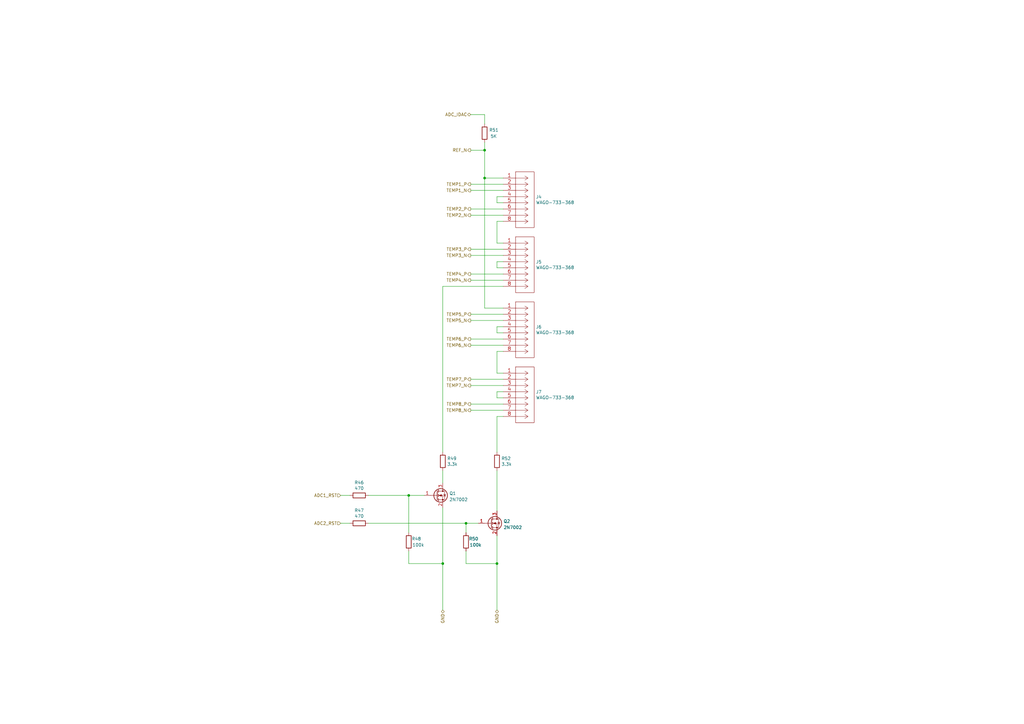
<source format=kicad_sch>
(kicad_sch (version 20211123) (generator eeschema)
  (paper "A3")
  (lib_symbols
    (symbol "Device:R" (pin_numbers hide) (pin_names (offset 0))
      (property "Reference" "R" (at 2.032 0 90))
      (property "Value" "R" (at 0 0 90))
      (symbol "R_0_1"
        (rectangle (start -1.016 -2.54) (end 1.016 2.54) (stroke (width 0.254)))
      )
      (symbol "R_1_1"
        (pin passive line (at 0 3.81 270) (length 1.27) (name "~") (number "1"))
        (pin passive line (at 0 -3.81 90) (length 1.27) (name "~") (number "2"))
      )
    )
    (symbol "Transistor_FET:2N7002" (pin_names hide)
      (property "Reference" "Q" (at 5.08 1.905 0))
      (property "Value" "2N7002" (at 5.08 0 0))
      (symbol "2N7002_0_1"
        (polyline (pts (xy 0.254 0) (xy -2.54 0)))
        (polyline (pts (xy 0.254 1.905) (xy 0.254 -1.905)) (stroke (width 0.254)))
        (polyline (pts (xy 0.762 -1.27) (xy 0.762 -2.286)) (stroke (width 0.254)))
        (polyline (pts (xy 0.762 0.508) (xy 0.762 -0.508)) (stroke (width 0.254)))
        (polyline (pts (xy 0.762 2.286) (xy 0.762 1.27)) (stroke (width 0.254)))
        (polyline (pts (xy 2.54 2.54) (xy 2.54 1.778)))
        (polyline (pts (xy 2.54 -2.54) (xy 2.54 0) (xy 0.762 0)))
        (polyline (pts (xy 0.762 -1.778) (xy 3.302 -1.778) (xy 3.302 1.778) (xy 0.762 1.778)))
        (polyline (pts (xy 1.016 0) (xy 2.032 0.381) (xy 2.032 -0.381) (xy 1.016 0)) (fill (type outline)))
        (polyline (pts (xy 2.794 0.508) (xy 2.921 0.381) (xy 3.683 0.381) (xy 3.81 0.254)))
        (polyline (pts (xy 3.302 0.381) (xy 2.921 -0.254) (xy 3.683 -0.254) (xy 3.302 0.381)))
        (circle (center 1.651 0) (radius 2.794) (stroke (width 0.254)))
        (circle (center 2.54 -1.778) (radius 0.254) (fill (type outline)))
        (circle (center 2.54 1.778) (radius 0.254) (fill (type outline)))
      )
      (symbol "2N7002_1_1"
        (pin input line (at -5.08 0 0) (length 2.54) (name "G") (number "1"))
        (pin passive line (at 2.54 -5.08 90) (length 2.54) (name "S") (number "2"))
        (pin passive line (at 2.54 5.08 270) (length 2.54) (name "D") (number "3"))
      )
    )
    (symbol "general:733-368" (pin_names (offset 1.016) hide)
      (property "Reference" "J" (at -1.27 13.97 0))
      (property "Value" "733-368" (at -3.81 -12.7762 0))
      (symbol "733-368_1_1"
        (rectangle (start -3.81 12.7) (end -3.81 12.7))
        (polyline (pts (xy 1.27 -7.62) (xy -3.81 -7.62)) (stroke (width 0.127)))
        (polyline (pts (xy 1.27 -7.62) (xy 0 -8.4582)) (stroke (width 0.127)))
        (polyline (pts (xy 1.27 -7.62) (xy 0 -6.7818)) (stroke (width 0.127)))
        (polyline (pts (xy 1.27 -5.08) (xy -3.81 -5.08)) (stroke (width 0.127)))
        (polyline (pts (xy 1.27 -5.08) (xy 0 -5.9182)) (stroke (width 0.127)))
        (polyline (pts (xy 1.27 -5.08) (xy 0 -4.2418)) (stroke (width 0.127)))
        (polyline (pts (xy 1.27 -2.54) (xy -3.81 -2.54)) (stroke (width 0.127)))
        (polyline (pts (xy 1.27 -2.54) (xy 0 -3.3782)) (stroke (width 0.127)))
        (polyline (pts (xy 1.27 -2.54) (xy 0 -1.7018)) (stroke (width 0.127)))
        (polyline (pts (xy 1.27 0) (xy -3.81 0)) (stroke (width 0.127)))
        (polyline (pts (xy 1.27 0) (xy 0 -0.8382)) (stroke (width 0.127)))
        (polyline (pts (xy 1.27 0) (xy 0 0.8382)) (stroke (width 0.127)))
        (polyline (pts (xy 1.27 2.54) (xy -3.81 2.54)) (stroke (width 0.127)))
        (polyline (pts (xy 1.27 2.54) (xy 0 1.7018)) (stroke (width 0.127)))
        (polyline (pts (xy 1.27 2.54) (xy 0 3.3782)) (stroke (width 0.127)))
        (polyline (pts (xy 1.27 5.08) (xy -3.81 5.08)) (stroke (width 0.127)))
        (polyline (pts (xy 1.27 5.08) (xy 0 4.2418)) (stroke (width 0.127)))
        (polyline (pts (xy 1.27 5.08) (xy 0 5.9182)) (stroke (width 0.127)))
        (polyline (pts (xy 1.27 7.62) (xy -3.81 7.62)) (stroke (width 0.127)))
        (polyline (pts (xy 1.27 7.62) (xy 0 6.7818)) (stroke (width 0.127)))
        (polyline (pts (xy 1.27 7.62) (xy 0 8.4582)) (stroke (width 0.127)))
        (polyline (pts (xy 1.27 10.16) (xy -3.81 10.16)) (stroke (width 0.127)))
        (polyline (pts (xy 1.27 10.16) (xy 0 9.3218)) (stroke (width 0.127)))
        (polyline (pts (xy 1.27 10.16) (xy 0 10.9982)) (stroke (width 0.127)))
        (rectangle (start 3.81 -10.16) (end -3.81 12.7))
        (pin passive line (at -8.89 10.16 0) (length 5.08) (name "1") (number "1"))
        (pin passive line (at -8.89 7.62 0) (length 5.08) (name "2") (number "2"))
        (pin passive line (at -8.89 5.08 0) (length 5.08) (name "3") (number "3"))
        (pin passive line (at -8.89 2.54 0) (length 5.08) (name "4") (number "4"))
        (pin passive line (at -8.89 0 0) (length 5.08) (name "5") (number "5"))
        (pin passive line (at -8.89 -2.54 0) (length 5.08) (name "6") (number "6"))
        (pin passive line (at -8.89 -5.08 0) (length 5.08) (name "7") (number "7"))
        (pin passive line (at -8.89 -7.62 0) (length 5.08) (name "8") (number "8"))
      )
    )
  )
  (junction (at 181.61 231.14))
  (junction (at 191.135 214.63))
  (junction (at 203.835 231.14))
  (junction (at 167.64 203.2))
  (junction (at 198.755 61.595))
  (junction (at 198.755 73.025))
  (wire (pts (xy 203.835 136.525) (xy 206.375 136.525)))
  (wire (pts (xy 191.135 214.63) (xy 196.215 214.63)))
  (wire (pts (xy 151.13 214.63) (xy 191.135 214.63)))
  (wire (pts (xy 193.04 112.395) (xy 206.375 112.395)))
  (wire (pts (xy 193.04 102.235) (xy 206.375 102.235)))
  (wire (pts (xy 203.835 163.195) (xy 206.375 163.195)))
  (wire (pts (xy 191.135 226.06) (xy 191.135 231.14)))
  (wire (pts (xy 206.375 144.145) (xy 203.835 144.145)))
  (wire (pts (xy 193.04 155.575) (xy 206.375 155.575)))
  (wire (pts (xy 193.04 104.775) (xy 206.375 104.775)))
  (wire (pts (xy 203.835 170.815) (xy 206.375 170.815)))
  (wire (pts (xy 191.135 214.63) (xy 191.135 218.44)))
  (wire (pts (xy 167.64 226.06) (xy 167.64 231.14)))
  (wire (pts (xy 203.835 160.655) (xy 203.835 163.195)))
  (wire (pts (xy 193.04 141.605) (xy 206.375 141.605)))
  (wire (pts (xy 167.64 231.14) (xy 181.61 231.14)))
  (wire (pts (xy 193.04 128.905) (xy 206.375 128.905)))
  (wire (pts (xy 203.835 193.04) (xy 203.835 209.55)))
  (wire (pts (xy 193.04 114.935) (xy 206.375 114.935)))
  (wire (pts (xy 198.755 126.365) (xy 206.375 126.365)))
  (wire (pts (xy 203.835 90.805) (xy 203.835 99.695)))
  (wire (pts (xy 181.61 250.19) (xy 181.61 231.14)))
  (wire (pts (xy 139.7 214.63) (xy 143.51 214.63)))
  (wire (pts (xy 167.64 203.2) (xy 173.99 203.2)))
  (wire (pts (xy 193.04 75.565) (xy 206.375 75.565)))
  (wire (pts (xy 181.61 117.475) (xy 181.61 185.42)))
  (wire (pts (xy 206.375 80.645) (xy 203.835 80.645)))
  (wire (pts (xy 193.04 88.265) (xy 206.375 88.265)))
  (wire (pts (xy 181.61 117.475) (xy 206.375 117.475)))
  (wire (pts (xy 206.375 107.315) (xy 203.835 107.315)))
  (wire (pts (xy 203.835 83.185) (xy 206.375 83.185)))
  (wire (pts (xy 139.7 203.2) (xy 143.51 203.2)))
  (wire (pts (xy 151.13 203.2) (xy 167.64 203.2)))
  (wire (pts (xy 193.04 139.065) (xy 206.375 139.065)))
  (wire (pts (xy 193.04 61.595) (xy 198.755 61.595)))
  (wire (pts (xy 193.04 46.99) (xy 198.755 46.99)))
  (wire (pts (xy 203.835 250.19) (xy 203.835 231.14)))
  (wire (pts (xy 198.755 46.99) (xy 198.755 50.8)))
  (wire (pts (xy 198.755 73.025) (xy 206.375 73.025)))
  (wire (pts (xy 203.835 153.035) (xy 206.375 153.035)))
  (wire (pts (xy 193.04 158.115) (xy 206.375 158.115)))
  (wire (pts (xy 203.835 133.985) (xy 203.835 136.525)))
  (wire (pts (xy 203.835 170.815) (xy 203.835 185.42)))
  (wire (pts (xy 206.375 133.985) (xy 203.835 133.985)))
  (wire (pts (xy 206.375 160.655) (xy 203.835 160.655)))
  (wire (pts (xy 167.64 203.2) (xy 167.64 218.44)))
  (wire (pts (xy 193.04 78.105) (xy 206.375 78.105)))
  (wire (pts (xy 198.755 61.595) (xy 198.755 73.025)))
  (wire (pts (xy 193.04 131.445) (xy 206.375 131.445)))
  (wire (pts (xy 181.61 193.04) (xy 181.61 198.12)))
  (wire (pts (xy 203.835 80.645) (xy 203.835 83.185)))
  (wire (pts (xy 193.04 165.735) (xy 206.375 165.735)))
  (wire (pts (xy 206.375 90.805) (xy 203.835 90.805)))
  (wire (pts (xy 181.61 208.28) (xy 181.61 231.14)))
  (wire (pts (xy 193.04 85.725) (xy 206.375 85.725)))
  (wire (pts (xy 203.835 107.315) (xy 203.835 109.855)))
  (wire (pts (xy 203.835 99.695) (xy 206.375 99.695)))
  (wire (pts (xy 193.04 168.275) (xy 206.375 168.275)))
  (wire (pts (xy 203.835 219.71) (xy 203.835 231.14)))
  (wire (pts (xy 198.755 73.025) (xy 198.755 126.365)))
  (wire (pts (xy 203.835 144.145) (xy 203.835 153.035)))
  (wire (pts (xy 191.135 231.14) (xy 203.835 231.14)))
  (wire (pts (xy 203.835 109.855) (xy 206.375 109.855)))
  (wire (pts (xy 198.755 58.42) (xy 198.755 61.595)))
  (hierarchical_label "TEMP6_P" (shape output) (at 193.04 139.065 180))
  (hierarchical_label "TEMP5_N" (shape output) (at 193.04 131.445 180))
  (hierarchical_label "TEMP3_P" (shape output) (at 193.04 102.235 180))
  (hierarchical_label "TEMP6_N" (shape output) (at 193.04 141.605 180))
  (hierarchical_label "TEMP5_P" (shape output) (at 193.04 128.905 180))
  (hierarchical_label "TEMP8_N" (shape output) (at 193.04 168.275 180))
  (hierarchical_label "GND" (shape bidirectional) (at 181.61 250.19 270))
  (hierarchical_label "ADC2_RST" (shape input) (at 139.7 214.63 180))
  (hierarchical_label "TEMP8_P" (shape output) (at 193.04 165.735 180))
  (hierarchical_label "TEMP7_N" (shape output) (at 193.04 158.115 180))
  (hierarchical_label "ADC1_RST" (shape input) (at 139.7 203.2 180))
  (hierarchical_label "TEMP2_P" (shape output) (at 193.04 85.725 180))
  (hierarchical_label "TEMP2_N" (shape output) (at 193.04 88.265 180))
  (hierarchical_label "TEMP4_P" (shape output) (at 193.04 112.395 180))
  (hierarchical_label "TEMP1_P" (shape output) (at 193.04 75.565 180))
  (hierarchical_label "TEMP1_N" (shape output) (at 193.04 78.105 180))
  (hierarchical_label "REF_N" (shape output) (at 193.04 61.595 180))
  (hierarchical_label "TEMP7_P" (shape output) (at 193.04 155.575 180))
  (hierarchical_label "GND" (shape bidirectional) (at 203.835 250.19 270))
  (hierarchical_label "ADC_IDAC" (shape bidirectional) (at 193.04 46.99 180))
  (hierarchical_label "TEMP3_N" (shape output) (at 193.04 104.775 180))
  (hierarchical_label "TEMP4_N" (shape output) (at 193.04 114.935 180))
  (symbol (lib_id "general:733-368") (at 215.265 83.185 0) (unit 1)
    (property "Reference" "J4" (at 219.7862 80.7466 0) (effects (justify left)))
    (property "Value" "WAGO-733-368" (at 219.7862 83.058 0) (effects (justify left)))
    (property "Footprint" "general:Wago_733-368" (effects hide))
    (property "Manufacturer_Part_Number" "733-368; 733-108" (effects hide))
    (property "manf#" "733-368; 733-108" (effects hide))
  )
  (symbol (lib_id "general:733-368") (at 215.265 109.855 0) (unit 1)
    (property "Reference" "J5" (at 219.7862 107.4166 0) (effects (justify left)))
    (property "Value" "WAGO-733-368" (at 219.7862 109.728 0) (effects (justify left)))
    (property "Footprint" "general:Wago_733-368" (effects hide))
    (property "Manufacturer_Part_Number" "733-368; 733-108" (effects hide))
    (property "manf#" "733-368; 733-108" (effects hide))
  )
  (symbol (lib_id "general:733-368") (at 215.265 136.525 0) (unit 1)
    (property "Reference" "J6" (at 219.7862 134.0866 0) (effects (justify left)))
    (property "Value" "WAGO-733-368" (at 219.7862 136.398 0) (effects (justify left)))
    (property "Footprint" "general:Wago_733-368" (effects hide))
    (property "Manufacturer_Part_Number" "733-368; 733-108" (effects hide))
    (property "manf#" "733-368; 733-108" (effects hide))
  )
  (symbol (lib_id "general:733-368") (at 215.265 163.195 0) (unit 1)
    (property "Reference" "J7" (at 219.7862 160.7566 0) (effects (justify left)))
    (property "Value" "WAGO-733-368" (at 219.7862 163.068 0) (effects (justify left)))
    (property "Footprint" "general:Wago_733-368" (effects hide))
    (property "Manufacturer_Part_Number" "733-368; 733-108" (effects hide))
    (property "manf#" "733-368; 733-108" (effects hide))
  )
  (symbol (lib_id "Device:R") (at 167.64 222.25 180) (unit 1)
    (property "Reference" "R48" (at 172.72 220.98 0) (effects (justify left)))
    (property "Value" "100k" (at 173.99 223.52 0) (effects (justify left)))
    (property "Footprint" "Resistor_SMD:R_0603_1608Metric" (effects hide))
    (property "jlc" "C25803" (effects hide))
    (property "Manufacturer_Part_Number" "0603WAF1003T5E" (effects hide))
  )
  (symbol (lib_id "Device:R") (at 147.32 203.2 270) (unit 1)
    (property "Reference" "R46" (at 147.32 197.9422 90))
    (property "Value" "470" (at 147.32 200.2536 90))
    (property "Footprint" "Resistor_SMD:R_0603_1608Metric" (effects hide))
    (property "jlc" "C23179" (effects hide))
    (property "Manufacturer_Part_Number" "0603WAF4700T5E" (effects hide))
  )
  (symbol (lib_id "Transistor_FET:2N7002") (at 179.07 203.2 0) (unit 1)
    (property "Reference" "Q1" (at 184.277 202.3653 0) (effects (justify left)))
    (property "Value" "2N7002" (at 184.277 204.9022 0) (effects (justify left)))
    (property "Footprint" "Package_TO_SOT_SMD:SOT-23" (effects hide))
    (property "Datasheet" "https://www.onsemi.com/pub/Collateral/NDS7002A-D.PDF" (effects hide))
    (property "Manufacturer_Part_Number" "2N7002" (effects hide))
    (property "jlc" "C8545" (effects hide))
  )
  (symbol (lib_id "Device:R") (at 203.835 189.23 0) (unit 1)
    (property "Reference" "R52" (at 205.613 188.0616 0) (effects (justify left)))
    (property "Value" "3.3k" (at 205.613 190.373 0) (effects (justify left)))
    (property "Footprint" "Resistor_SMD:R_0603_1608Metric" (effects hide))
    (property "jlc" "C22978" (effects hide))
    (property "Manufacturer_Part_Number" "0603WAF3301T5E" (effects hide))
  )
  (symbol (lib_id "Device:R") (at 191.135 222.25 180) (unit 1)
    (property "Reference" "R50" (at 196.215 220.98 0) (effects (justify left)))
    (property "Value" "100k" (at 197.485 223.52 0) (effects (justify left)))
    (property "Footprint" "Resistor_SMD:R_0603_1608Metric" (effects hide))
    (property "jlc" "C25803" (effects hide))
    (property "Manufacturer_Part_Number" "0603WAF1003T5E" (effects hide))
  )
  (symbol (lib_id "Transistor_FET:2N7002") (at 201.295 214.63 0) (unit 1)
    (property "Reference" "Q2" (at 206.502 213.7953 0) (effects (justify left)))
    (property "Value" "2N7002" (at 206.502 216.3322 0) (effects (justify left)))
    (property "Footprint" "Package_TO_SOT_SMD:SOT-23" (effects hide))
    (property "Datasheet" "https://www.onsemi.com/pub/Collateral/NDS7002A-D.PDF" (effects hide))
    (property "Manufacturer_Part_Number" "2N7002" (effects hide))
    (property "jlc" "C8545" (effects hide))
  )
  (symbol (lib_id "Device:R") (at 147.32 214.63 270) (unit 1)
    (property "Reference" "R47" (at 147.32 209.3722 90))
    (property "Value" "470" (at 147.32 211.6836 90))
    (property "Footprint" "Resistor_SMD:R_0603_1608Metric" (effects hide))
    (property "jlc" "C23179" (effects hide))
    (property "Manufacturer_Part_Number" "0603WAF4700T5E" (effects hide))
  )
  (symbol (lib_id "Device:R") (at 181.61 189.23 0) (unit 1)
    (property "Reference" "R49" (at 183.388 188.0616 0) (effects (justify left)))
    (property "Value" "3.3k" (at 183.388 190.373 0) (effects (justify left)))
    (property "Footprint" "Resistor_SMD:R_0603_1608Metric" (effects hide))
    (property "jlc" "C22978" (effects hide))
    (property "Manufacturer_Part_Number" "0603WAF3301T5E" (effects hide))
  )
  (symbol (lib_id "Device:R") (at 198.755 54.61 180) (unit 1)
    (property "Reference" "R51" (at 202.565 53.34 0))
    (property "Value" "5K" (at 203.835 55.88 0) (effects (justify left)))
    (property "Footprint" "general:Y14535K00000V9L" (effects hide))
    (property "manf#" "Y14535K00000V9L" (effects hide))
    (property "mpn_gen" "Y14535K00000V9L" (effects hide))
    (property "Manufacturer_Part_Number" "Y14535K00000V9L" (effects hide))
  )
)
</source>
